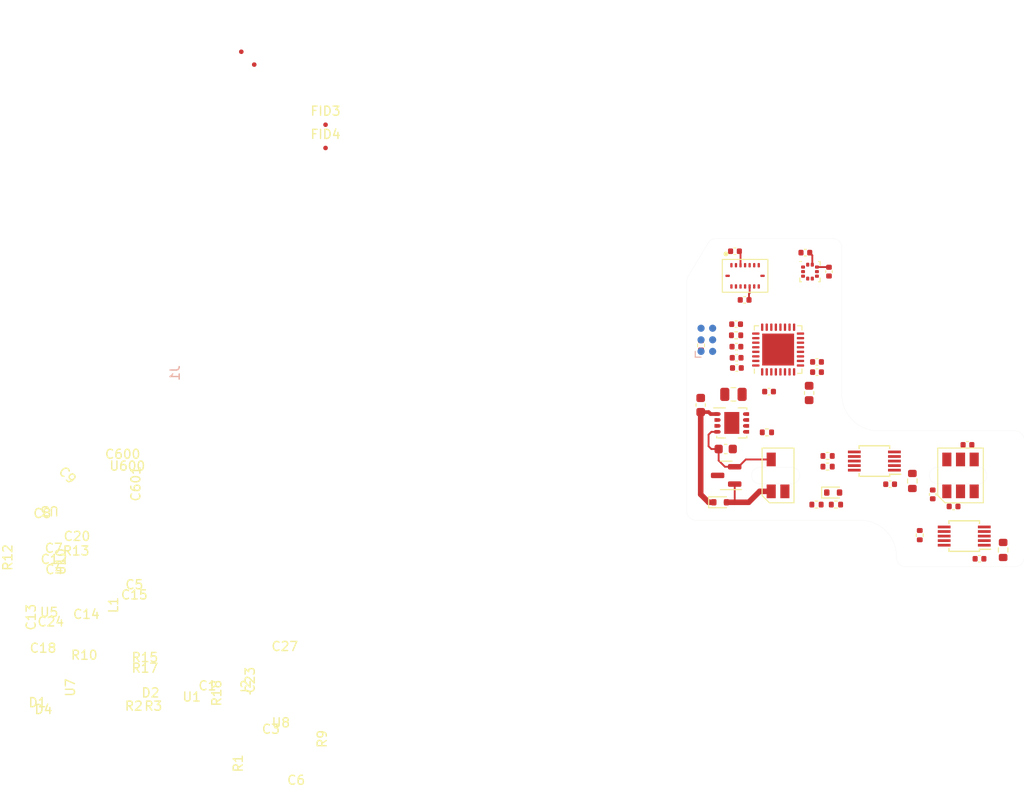
<source format=kicad_pcb>
(kicad_pcb (version 20221018) (generator pcbnew)
  (layers (0 "F.Cu" signal) (31 "B.Cu" signal) (34 "B.Paste" user) (35 "F.Paste" user) (36 "B.SilkS" user "B.Silkscreen") (37 "F.SilkS" user "F.Silkscreen") (38 "B.Mask" user) (39 "F.Mask" user) (44 "Edge.Cuts" user))
  (net 0 "")
  (net 1 "GND")
  (net 2 "+3.3V")
  (net 3 "/VDDANA")
  (net 4 "/VDDCORE")
  (net 5 "/M05_SWDIO")
  (net 6 "/M05_SWCLK")
  (net 7 "/M05_RESET")
  (net 8 "/M03_LINE")
  (net 9 "/M03_VMON")
  (net 10 "/M04_INPUT3_DIAG{slash}OE")
  (net 11 "/M04_INPUT2_DIAG{slash}INPUT1")
  (net 12 "/M04_INPUT1_DIAG{slash}OE")
  (net 13 "/M04_INPUT2{slash}INPUT2")
  (net 14 "VS")
  (net 19 "+BATT")
  (net 20 "Net-(U8-ISET)")
  (net 21 "/M04_INPUT1{slash}~{ERR}")
  (net 22 "/M04_~{SLEEP1}{slash}DIAG1")
  (net 23 "/M06_BMI088_CSG")
  (net 24 "/M05_BMI088_SCK")
  (net 25 "/M05_BMI088_MOSI")
  (net 26 "Net-(U1-ISET)")
  (net 28 "/M06_BMI088_MISO")
  (net 29 "/M06_BMI088_CSA")
  (net 30 "/M04_NC{slash}INPUT3")
  (net 31 "/M04_INPUT3{slash}~{ERR}")
  (net 33 "/M04_~{SLEEP2}{slash}DIAG2")
  (net 34 "/M06_BMP581_MOSI")
  (net 35 "/M06_BMP581_SCK")
  (net 36 "/M06_BMP581_CS")
  (net 37 "/M06_BMP581_MISO")
  (net 39 "/M03_EN")
  (net 40 "/M03_RXD")
  (net 43 "/M03_TXD")
  (net 45 "/M04_IN1_IN")
  (net 46 "/M04_IN3_IN")
  (net 47 "/M04_IN2_IN")
  (footprint "Capacitor_SMD:C_0402_1005Metric" (layer "F.Cu") (at 115.6454 75.5396)
    (fp_text reference "C27" (at -74.8778 22.1066) (layer "F.SilkS"))
    (fp_text value "100n")
    (fp_line (start -0.107836 -0.36) (end 0.107836 -0.36) (stroke (width 0.12)) (layer "F.SilkS"))
    (fp_line (start -0.107836 0.36) (end 0.107836 0.36) (stroke (width 0.12)) (layer "F.SilkS"))
    (pad "1" smd roundrect (at -0.48 0) (size 0.56 0.62) (layers "F.Cu" "F.Paste" "F.Mask") (net 1 "GND"))
    (pad "2" smd roundrect (at 0.48 0) (size 0.56 0.62) (layers "F.Cu" "F.Paste" "F.Mask") (net 47 "/M04_IN2_IN"))
  )
  (footprint "Resistor_SMD:R_0402_1005Metric" (layer "F.Cu") (at 100.3038 77.9272)
    (fp_text reference "R17" (at -74.8778 22.0966) (layer "F.SilkS"))
    (fp_text value "4.7k")
    (fp_line (start -0.153641 -0.38) (end 0.153641 -0.38) (stroke (width 0.12)) (layer "F.SilkS"))
    (fp_line (start -0.153641 0.38) (end 0.153641 0.38) (stroke (width 0.12)) (layer "F.SilkS"))
    (pad "1" smd roundrect (at -0.51 0) (size 0.54 0.64) (layers "F.Cu" "F.Paste" "F.Mask") (net 1 "GND"))
    (pad "2" smd roundrect (at 0.51 0) (size 0.54 0.64) (layers "F.Cu" "F.Paste" "F.Mask") (net 12 "/M04_INPUT1_DIAG{slash}OE"))
  )
  (footprint "Fiducial:Fiducial_0.5mm_Mask1mm" (layer "F.Cu") (at 35.995 32.421952)
    (fp_text reference "FID2" hide)
    (fp_text value "Fiducial")
    (pad "" smd circle (at 0 0) (size 0.5 0.5) (layers "F.Cu" "F.Mask") (clearance 0.25))
  )
  (footprint "Capacitor_SMD:C_0402_1005Metric" (layer "F.Cu") (at 97.8654 54.4576)
    (fp_text reference "C600" (at -74.8778 22.1066) (layer "F.SilkS"))
    (fp_text value "100n")
    (fp_line (start -0.107836 -0.36) (end 0.107836 -0.36) (stroke (width 0.12)) (layer "F.SilkS"))
    (fp_line (start -0.107836 0.36) (end 0.107836 0.36) (stroke (width 0.12)) (layer "F.SilkS"))
    (pad "1" smd roundrect (at -0.48 0) (size 0.56 0.62) (layers "F.Cu" "F.Paste" "F.Mask") (net 1 "GND"))
    (pad "2" smd roundrect (at 0.48 0) (size 0.56 0.62) (layers "F.Cu" "F.Paste" "F.Mask") (net 2 "+3.3V"))
  )
  (footprint "Resistor_SMD:R_0402_1005Metric" (layer "F.Cu") (at 100.3038 76.7588)
    (fp_text reference "R15" (at -74.8778 22.0966) (layer "F.SilkS"))
    (fp_text value "4.7k")
    (fp_line (start -0.153641 -0.38) (end 0.153641 -0.38) (stroke (width 0.12)) (layer "F.SilkS"))
    (fp_line (start -0.153641 0.38) (end 0.153641 0.38) (stroke (width 0.12)) (layer "F.SilkS"))
    (pad "1" smd roundrect (at -0.51 0) (size 0.54 0.64) (layers "F.Cu" "F.Paste" "F.Mask") (net 1 "GND"))
    (pad "2" smd roundrect (at 0.51 0) (size 0.54 0.64) (layers "F.Cu" "F.Paste" "F.Mask") (net 11 "/M04_INPUT2_DIAG{slash}INPUT1"))
  )
  (footprint "local_footprints:SOIC-4" (layer "F.Cu") (at 94.8682 78.8924)
    (fp_text reference "U7" (at -77.6278 23.2666 90) (layer "F.SilkS"))
    (fp_text value "~")
    (fp_line (start -1.75 -3) (end 1.75 -3) (stroke (width 0.12)) (layer "F.SilkS"))
    (fp_line (start -1.75 2.2) (end -1.75 -3) (stroke (width 0.12)) (layer "F.SilkS"))
    (fp_line (start -0.95 3) (end -1.75 2.2) (stroke (width 0.12)) (layer "F.SilkS"))
    (fp_line (start 1.75 -3) (end 1.75 3) (stroke (width 0.12)) (layer "F.SilkS"))
    (fp_line (start 1.75 3) (end -0.95 3) (stroke (width 0.12)) (layer "F.SilkS"))
    (pad "1" smd rect (at -0.75 1.75) (size 1 1.5) (layers "F.Cu" "F.Paste" "F.Mask") (net 14 "VS"))
    (pad "2" smd rect (at 0.75 1.75) (size 1 1.5) (layers "F.Cu" "F.Paste" "F.Mask") (net 1 "GND"))
    (pad "3" smd rect (at -0.75 -1.75) (size 1 1.5) (layers "F.Cu" "F.Paste" "F.Mask") (net 8 "/M03_LINE"))
  )
  (footprint "Capacitor_SMD:C_0402_1005Metric" (layer "F.Cu") (at 90.3532 67.1066)
    (fp_text reference "C4" (at -74.8778 22.1066) (layer "F.SilkS"))
    (fp_text value "10u")
    (fp_line (start -0.107836 -0.36) (end 0.107836 -0.36) (stroke (width 0.12)) (layer "F.SilkS"))
    (fp_line (start -0.107836 0.36) (end 0.107836 0.36) (stroke (width 0.12)) (layer "F.SilkS"))
    (pad "1" smd roundrect (at -0.48 0) (size 0.56 0.62) (layers "F.Cu" "F.Paste" "F.Mask") (net 1 "GND"))
    (pad "2" smd roundrect (at 0.48 0) (size 0.56 0.62) (layers "F.Cu" "F.Paste" "F.Mask") (net 2 "+3.3V"))
  )
  (footprint "Package_SON:Texas_S-PVSON-N8" (layer "F.Cu") (at 89.7954 73.1366)
    (fp_text reference "U5" (at -74.8778 20.7666) (layer "F.SilkS"))
    (fp_text value "~")
    (fp_line (start -2 -1.65) (end -0.7 -1.65) (stroke (width 0.12)) (layer "F.SilkS"))
    (fp_line (start -1.65 1.65) (end -1.65 1.45) (stroke (width 0.12)) (layer "F.SilkS"))
    (fp_line (start -1.65 1.65) (end -0.7 1.65) (stroke (width 0.12)) (layer "F.SilkS"))
    (fp_line (start 0.7 -1.65) (end 1.65 -1.65) (stroke (width 0.12)) (layer "F.SilkS"))
    (fp_line (start 0.7 1.65) (end 1.65 1.65) (stroke (width 0.12)) (layer "F.SilkS"))
    (fp_line (start 1.65 -1.45) (end 1.65 -1.65) (stroke (width 0.12)) (layer "F.SilkS"))
    (fp_line (start 1.65 1.45) (end 1.65 1.65) (stroke (width 0.12)) (layer "F.SilkS"))
    (pad "1" smd rect (at -1.75 -0.975) (size 0.3 0.4) (layers "F.Cu" "F.Paste" "F.Mask") (net 19 "+BATT"))
    (pad "1" smd oval (at -1.55 -0.975) (size 0.65 0.4) (layers "F.Cu" "F.Paste" "F.Mask") (net 19 "+BATT"))
    (pad "2" smd rect (at -1.75 -0.325) (size 0.3 0.4) (layers "F.Cu" "F.Paste" "F.Mask") (net 39 "/M03_EN"))
    (pad "2" smd oval (at -1.55 -0.325) (size 0.65 0.4) (layers "F.Cu" "F.Paste" "F.Mask") (net 39 "/M03_EN"))
    (pad "3" smd rect (at -1.75 0.325) (size 0.3 0.4) (layers "F.Cu" "F.Paste" "F.Mask") (net 1 "GND"))
    (pad "3" smd oval (at -1.55 0.325) (size 0.65 0.4) (layers "F.Cu" "F.Paste" "F.Mask") (net 1 "GND"))
    (pad "4" smd rect (at -1.75 0.975) (size 0.3 0.4) (layers "F.Cu" "F.Paste" "F.Mask") (net 8 "/M03_LINE"))
    (pad "4" smd oval (at -1.55 0.975) (size 0.65 0.4) (layers "F.Cu" "F.Paste" "F.Mask") (net 8 "/M03_LINE"))
    (pad "5" smd oval (at 1.55 0.975) (size 0.65 0.4) (layers "F.Cu" "F.Paste" "F.Mask") (net 40 "/M03_RXD"))
    (pad "5" smd rect (at 1.75 0.975) (size 0.3 0.4) (layers "F.Cu" "F.Paste" "F.Mask") (net 40 "/M03_RXD"))
    (pad "6" smd oval (at 1.55 0.325) (size 0.65 0.4) (layers "F.Cu" "F.Paste" "F.Mask") (net 43 "/M03_TXD"))
    (pad "6" smd rect (at 1.75 0.325) (size 0.3 0.4) (layers "F.Cu" "F.Paste" "F.Mask") (net 43 "/M03_TXD"))
    (pad "7" smd oval (at 1.55 -0.325) (size 0.65 0.4) (layers "F.Cu" "F.Paste" "F.Mask"))
    (pad "7" smd rect (at 1.75 -0.325) (size 0.3 0.4) (layers "F.Cu" "F.Paste" "F.Mask"))
    (pad "8" smd oval (at 1.55 -0.975) (size 0.65 0.4) (layers "F.Cu" "F.Paste" "F.Mask") (net 2 "+3.3V"))
    (pad "8" smd rect (at 1.75 -0.975) (size 0.3 0.4) (layers "F.Cu" "F.Paste" "F.Mask") (net 2 "+3.3V"))
    (pad "9" smd rect (at -0.45 -0.625) (size 0.65 1) (layers "F.Cu" "F.Paste" "F.Mask"))
    (pad "9" smd rect (at -0.45 0.625) (size 0.65 1) (layers "F.Cu" "F.Paste" "F.Mask"))
    (pad "9" smd rect (at 0 0) (size 1.65 2.4) (layers "F.Cu" "F.Mask"))
    (pad "9" smd rect (at 0.45 -0.625) (size 0.65 1) (layers "F.Cu" "F.Paste" "F.Mask"))
    (pad "9" smd rect (at 0.45 0.625) (size 0.65 1) (layers "F.Cu" "F.Paste" "F.Mask"))
  )
  (footprint "Resistor_SMD:R_0603_1608Metric" (layer "F.Cu") (at 119.557 87.0712 90)
    (fp_text reference "R9" (at -20.7266 -74.698552 90) (layer "F.SilkS"))
    (fp_text value "63.4k")
    (fp_line (start -0.237258 -0.5225) (end 0.237258 -0.5225) (stroke (width 0.12)) (layer "F.SilkS"))
    (fp_line (start -0.237258 0.5225) (end 0.237258 0.5225) (stroke (width 0.12)) (layer "F.SilkS"))
    (pad "1" smd roundrect (at -0.825 0 90) (size 0.8 0.95) (layers "F.Cu" "F.Paste" "F.Mask") (net 19 "+BATT"))
    (pad "2" smd roundrect (at 0.825 0 90) (size 0.8 0.95) (layers "F.Cu" "F.Paste" "F.Mask") (net 20 "Net-(U8-ISET)"))
  )
  (footprint "Inductor_SMD:L_0603_1608Metric" (layer "F.Cu") (at 98.278 69.8498 90)
    (fp_text reference "L1" (at -23.2666 -76.3078 90) (layer "F.SilkS"))
    (fp_text value "10uH")
    (fp_line (start -0.162779 -0.51) (end 0.162779 -0.51) (stroke (width 0.12)) (layer "F.SilkS"))
    (fp_line (start -0.162779 0.51) (end 0.162779 0.51) (stroke (width 0.12)) (layer "F.SilkS"))
    (pad "1" smd roundrect (at -0.7875 0 90) (size 0.875 0.95) (layers "F.Cu" "F.Paste" "F.Mask") (net 2 "+3.3V"))
    (pad "2" smd roundrect (at 0.7875 0 90) (size 0.875 0.95) (layers "F.Cu" "F.Paste" "F.Mask") (net 3 "/VDDANA"))
  )
  (footprint "Capacitor_SMD:C_0402_1005Metric" (layer "F.Cu") (at 99.1416 67.5638 180)
    (fp_text reference "C15" (at 74.8778 -24.4266) (layer "F.SilkS"))
    (fp_text value "100n")
    (fp_line (start -0.107836 -0.36) (end 0.107836 -0.36) (stroke (width 0.12)) (layer "F.SilkS"))
    (fp_line (start -0.107836 0.36) (end 0.107836 0.36) (stroke (width 0.12)) (layer "F.SilkS"))
    (pad "1" smd roundrect (at -0.48 0 180) (size 0.56 0.62) (layers "F.Cu" "F.Paste" "F.Mask") (net 1 "GND"))
    (pad "2" smd roundrect (at 0.48 0 180) (size 0.56 0.62) (layers "F.Cu" "F.Paste" "F.Mask") (net 3 "/VDDANA"))
  )
  (footprint "Package_TO_SOT_SMD:SOT-23" (layer "F.Cu") (at 89.1786 78.8924 180)
    (fp_text reference "D4" (at 74.8778 -25.6666) (layer "F.SilkS"))
    (fp_text value "SDT23C15L02")
    (fp_line (start 0 -1.56) (end -1.675 -1.56) (stroke (width 0.12)) (layer "F.SilkS"))
    (fp_line (start 0 -1.56) (end 0.65 -1.56) (stroke (width 0.12)) (layer "F.SilkS"))
    (fp_line (start 0 1.56) (end -0.65 1.56) (stroke (width 0.12)) (layer "F.SilkS"))
    (fp_line (start 0 1.56) (end 0.65 1.56) (stroke (width 0.12)) (layer "F.SilkS"))
    (pad "1" smd roundrect (at -0.9375 -0.95 180) (size 1.475 0.6) (layers "F.Cu" "F.Paste" "F.Mask") (net 14 "VS"))
    (pad "2" smd roundrect (at -0.9375 0.95 180) (size 1.475 0.6) (layers "F.Cu" "F.Paste" "F.Mask") (net 8 "/M03_LINE"))
    (pad "3" smd roundrect (at 0.9375 0 180) (size 1.475 0.6) (layers "F.Cu" "F.Paste" "F.Mask") (net 1 "GND"))
  )
  (footprint "Fiducial:Fiducial_0.5mm_Mask1mm" (layer "F.Cu") (at 45.2366 40.4268)
    (fp_text reference "FID3" (at 0 -1.5) (layer "F.SilkS"))
    (fp_text value "Fiducial")
    (pad "" smd circle (at 0 0) (size 0.5 0.5) (layers "F.Cu" "F.Mask") (clearance 0.25))
  )
  (footprint "Package_SO:MSOP-10_3x3mm_P0.5mm" (layer "F.Cu") (at 115.2898 85.5472 180)
    (fp_text reference "U8" (at 74.952552 -20.4726) (layer "F.SilkS"))
    (fp_text value "~")
    (fp_line (start -1.675 -1.675) (end -1.675 -1.45) (stroke (width 0.15)) (layer "F.SilkS"))
    (fp_line (start -1.675 -1.675) (end 1.675 -1.675) (stroke (width 0.15)) (layer "F.SilkS"))
    (fp_line (start -1.675 -1.45) (end -2.9 -1.45) (stroke (width 0.15)) (layer "F.SilkS"))
    (fp_line (start -1.675 1.675) (end -1.675 1.375) (stroke (width 0.15)) (layer "F.SilkS"))
    (fp_line (start -1.675 1.675) (end 1.675 1.675) (stroke (width 0.15)) (layer "F.SilkS"))
    (fp_line (start 1.675 -1.675) (end 1.675 -1.375) (stroke (width 0.15)) (layer "F.SilkS"))
    (fp_line (start 1.675 1.675) (end 1.675 1.375) (stroke (width 0.15)) (layer "F.SilkS"))
    (pad "1" smd rect (at -2.2 -1 180) (size 1.4 0.3) (layers "F.Cu" "F.Paste" "F.Mask") (net 19 "+BATT"))
    (pad "2" smd rect (at -2.2 -0.5 180) (size 1.4 0.3) (layers "F.Cu" "F.Paste" "F.Mask") (net 20 "Net-(U8-ISET)"))
    (pad "3" smd rect (at -2.2 0 180) (size 1.4 0.3) (layers "F.Cu" "F.Paste" "F.Mask") (net 46 "/M04_IN3_IN"))
    (pad "4" smd rect (at -2.2 0.5 180) (size 1.4 0.3) (layers "F.Cu" "F.Paste" "F.Mask") (net 19 "+BATT"))
    (pad "5" smd rect (at -2.2 1 180) (size 1.4 0.3) (layers "F.Cu" "F.Paste" "F.Mask") (net 1 "GND"))
    (pad "6" smd rect (at 2.2 1 180) (size 1.4 0.3) (layers "F.Cu" "F.Paste" "F.Mask"))
    (pad "7" smd rect (at 2.2 0.5 180) (size 1.4 0.3) (layers "F.Cu" "F.Paste" "F.Mask") (net 30 "/M04_NC{slash}INPUT3"))
    (pad "8" smd rect (at 2.2 0 180) (size 1.4 0.3) (layers "F.Cu" "F.Paste" "F.Mask") (net 31 "/M04_INPUT3{slash}~{ERR}"))
    (pad "9" smd rect (at 2.2 -0.5 180) (size 1.4 0.3) (layers "F.Cu" "F.Paste" "F.Mask") (net 10 "/M04_INPUT3_DIAG{slash}OE"))
    (pad "10" smd rect (at 2.2 -1 180) (size 1.4 0.3) (layers "F.Cu" "F.Paste" "F.Mask") (net 33 "/M04_~{SLEEP2}{slash}DIAG2"))
  )
  (footprint "Resistor_SMD:R_0402_1005Metric" (layer "F.Cu") (at 86.424 64.629 90)
    (fp_text reference "R12" (at -23.2666 -76.0478 90) (layer "F.SilkS"))
    (fp_text value "1k")
    (fp_line (start -0.153641 -0.38) (end 0.153641 -0.38) (stroke (width 0.12)) (layer "F.SilkS"))
    (fp_line (start -0.153641 0.38) (end 0.153641 0.38) (stroke (width 0.12)) (layer "F.SilkS"))
    (pad "1" smd roundrect (at -0.51 0 90) (size 0.54 0.64) (layers "F.Cu" "F.Paste" "F.Mask") (net 2 "+3.3V"))
    (pad "2" smd roundrect (at 0.51 0 90) (size 0.54 0.64) (layers "F.Cu" "F.Paste" "F.Mask") (net 6 "/M05_SWCLK"))
  )
  (footprint "Package_DFN_QFN:VQFN-32-1EP_5x5mm_P0.5mm_EP3.5x3.5mm" (layer "F.Cu") (at 94.8796 65.0862 90)
    (fp_text reference "U10" (at -23.2666 -78.6778 90) (layer "F.SilkS"))
    (fp_text value "ATSAMD21E18A-MUT")
    (fp_line (start -2.61 2.61) (end -2.61 2.135) (stroke (width 0.12)) (layer "F.SilkS"))
    (fp_line (start -2.135 -2.61) (end -2.61 -2.61) (stroke (width 0.12)) (layer "F.SilkS"))
    (fp_line (start -2.135 2.61) (end -2.61 2.61) (stroke (width 0.12)) (layer "F.SilkS"))
    (fp_line (start 2.135 -2.61) (end 2.61 -2.61) (stroke (width 0.12)) (layer "F.SilkS"))
    (fp_line (start 2.135 2.61) (end 2.61 2.61) (stroke (width 0.12)) (layer "F.SilkS"))
    (fp_line (start 2.61 -2.61) (end 2.61 -2.135) (stroke (width 0.12)) (layer "F.SilkS"))
    (fp_line (start 2.61 2.61) (end 2.61 2.135) (stroke (width 0.12)) (layer "F.SilkS"))
    (pad "1" smd roundrect (at -2.45 -1.75 90) (size 0.8 0.25) (layers "F.Cu" "F.Paste" "F.Mask") (net 22 "/M04_~{SLEEP1}{slash}DIAG1"))
    (pad "2" smd roundrect (at -2.45 -1.25 90) (size 0.8 0.25) (layers "F.Cu" "F.Paste" "F.Mask") (net 33 "/M04_~{SLEEP2}{slash}DIAG2"))
    (pad "3" smd roundrect (at -2.45 -0.75 90) (size 0.8 0.25) (layers "F.Cu" "F.Paste" "F.Mask") (net 9 "/M03_VMON"))
    (pad "4" smd roundrect (at -2.45 -0.25 90) (size 0.8 0.25) (layers "F.Cu" "F.Paste" "F.Mask") (net 39 "/M03_EN"))
    (pad "5" smd roundrect (at -2.45 0.25 90) (size 0.8 0.25) (layers "F.Cu" "F.Paste" "F.Mask") (net 43 "/M03_TXD"))
    (pad "6" smd roundrect (at -2.45 0.75 90) (size 0.8 0.25) (layers "F.Cu" "F.Paste" "F.Mask") (net 40 "/M03_RXD"))
    (pad "7" smd roundrect (at -2.45 1.25 90) (size 0.8 0.25) (layers "F.Cu" "F.Paste" "F.Mask") (net 12 "/M04_INPUT1_DIAG{slash}OE"))
    (pad "8" smd roundrect (at -2.45 1.75 90) (size 0.8 0.25) (layers "F.Cu" "F.Paste" "F.Mask") (net 21 "/M04_INPUT1{slash}~{ERR}"))
    (pad "9" smd roundrect (at -1.75 2.45 90) (size 0.25 0.8) (layers "F.Cu" "F.Paste" "F.Mask") (net 3 "/VDDANA"))
    (pad "10" smd roundrect (at -1.25 2.45 90) (size 0.25 0.8) (layers "F.Cu" "F.Paste" "F.Mask") (net 1 "GND"))
    (pad "11" smd roundrect (at -0.75 2.45 90) (size 0.25 0.8) (layers "F.Cu" "F.Paste" "F.Mask") (net 11 "/M04_INPUT2_DIAG{slash}INPUT1"))
    (pad "12" smd roundrect (at -0.25 2.45 90) (size 0.25 0.8) (layers "F.Cu" "F.Paste" "F.Mask") (net 13 "/M04_INPUT2{slash}INPUT2"))
    (pad "13" smd roundrect (at 0.25 2.45 90) (size 0.25 0.8) (layers "F.Cu" "F.Paste" "F.Mask") (net 10 "/M04_INPUT3_DIAG{slash}OE"))
    (pad "14" smd roundrect (at 0.75 2.45 90) (size 0.25 0.8) (layers "F.Cu" "F.Paste" "F.Mask") (net 31 "/M04_INPUT3{slash}~{ERR}"))
    (pad "15" smd roundrect (at 1.25 2.45 90) (size 0.25 0.8) (layers "F.Cu" "F.Paste" "F.Mask") (net 30 "/M04_NC{slash}INPUT3"))
    (pad "16" smd roundrect (at 1.75 2.45 90) (size 0.25 0.8) (layers "F.Cu" "F.Paste" "F.Mask"))
    (pad "17" smd roundrect (at 2.45 1.75 90) (size 0.8 0.25) (layers "F.Cu" "F.Paste" "F.Mask") (net 34 "/M06_BMP581_MOSI"))
    (pad "18" smd roundrect (at 2.45 1.25 90) (size 0.8 0.25) (layers "F.Cu" "F.Paste" "F.Mask") (net 35 "/M06_BMP581_SCK"))
    (pad "19" smd roundrect (at 2.45 0.75 90) (size 0.8 0.25) (layers "F.Cu" "F.Paste" "F.Mask") (net 36 "/M06_BMP581_CS"))
    (pad "20" smd roundrect (at 2.45 0.25 90) (size 0.8 0.25) (layers "F.Cu" "F.Paste" "F.Mask") (net 37 "/M06_BMP581_MISO"))
    (pad "21" smd roundrect (at 2.45 -0.25 90) (size 0.8 0.25) (layers "F.Cu" "F.Paste" "F.Mask") (net 25 "/M05_BMI088_MOSI"))
    (pad "22" smd roundrect (at 2.45 -0.75 90) (size 0.8 0.25) (layers "F.Cu" "F.Paste" "F.Mask") (net 24 "/M05_BMI088_SCK"))
    (pad "23" smd roundrect (at 2.45 -1.25 90) (size 0.8 0.25) (layers "F.Cu" "F.Paste" "F.Mask") (net 29 "/M06_BMI088_CSA"))
    (pad "24" smd roundrect (at 2.45 -1.75 90) (size 0.8 0.25) (layers "F.Cu" "F.Paste" "F.Mask") (net 28 "/M06_BMI088_MISO"))
    (pad "25" smd roundrect (at 1.75 -2.45 90) (size 0.25 0.8) (layers "F.Cu" "F.Paste" "F.Mask") (net 23 "/M06_BMI088_CSG"))
    (pad "26" smd roundrect (at 1.25 -2.45 90) (size 0.25 0.8) (layers "F.Cu" "F.Paste" "F.Mask") (net 7 "/M05_RESET"))
    (pad "27" smd roundrect (at 0.75 -2.45 90) (size 0.25 0.8) (layers "F.Cu" "F.Paste" "F.Mask"))
    (pad "28" smd roundrect (at 0.25 -2.45 90) (size 0.25 0.8) (layers "F.Cu" "F.Paste" "F.Mask") (net 1 "GND"))
    (pad "29" smd roundrect (at -0.25 -2.45 90) (size 0.25 0.8) (layers "F.Cu" "F.Paste" "F.Mask") (net 4 "/VDDCORE"))
    (pad "30" smd roundrect (at -0.75 -2.45 90) (size 0.25 0.8) (layers "F.Cu" "F.Paste" "F.Mask") (net 2 "+3.3V"))
    (pad "31" smd roundrect (at -1.25 -2.45 90) (size 0.25 0.8) (layers "F.Cu" "F.Paste" "F.Mask") (net 6 "/M05_SWCLK"))
    (pad "32" smd roundrect (at -1.75 -2.45 90) (size 0.25 0.8) (layers "F.Cu" "F.Paste" "F.Mask") (net 5 "/M05_SWDIO"))
    (pad "33" smd rect (at 0 0 90) (size 3.5 3.5) (layers "F.Cu" "F.Mask"))
  )
  (footprint "Fiducial:Fiducial_0.5mm_Mask1mm" (layer "F.Cu") (at 37.4134 33.8328)
    (fp_text reference "FID1" hide)
    (fp_text value "Fiducial")
    (pad "" smd circle (at 0 0) (size 0.5 0.5) (layers "F.Cu" "F.Mask") (clearance 0.25))
  )
  (footprint "Capacitor_SMD:C_0402_1005Metric" (layer "F.Cu") (at 90.2682 62.3036)
    (fp_text reference "C20" (at -72.296552 23.2666) (layer "F.SilkS"))
    (fp_text value "220n")
    (fp_line (start -0.107836 -0.36) (end 0.107836 -0.36) (stroke (width 0.12)) (layer "F.SilkS"))
    (fp_line (start -0.107836 0.36) (end 0.107836 0.36) (stroke (width 0.12)) (layer "F.SilkS"))
    (pad "1" smd roundrect (at -0.48 0) (size 0.56 0.62) (layers "F.Cu" "F.Paste" "F.Mask") (net 1 "GND"))
    (pad "2" smd roundrect (at 0.48 0) (size 0.56 0.62) (layers "F.Cu" "F.Paste" "F.Mask") (net 7 "/M05_RESET"))
  )
  (footprint "Fiducial:Fiducial_0.5mm_Mask1mm" (layer "F.Cu") (at 45.2366 42.9768)
    (fp_text reference "FID4" (at 0 -1.5) (layer "F.SilkS"))
    (fp_text value "Fiducial")
    (pad "" smd circle (at 0 0) (size 0.5 0.5) (layers "F.Cu" "F.Mask") (clearance 0.25))
  )
  (footprint "Capacitor_SMD:C_0402_1005Metric" (layer "F.Cu") (at 107.1618 79.8576)
    (fp_text reference "C1" (at -74.8778 22.1066) (layer "F.SilkS"))
    (fp_text value "100n")
    (fp_line (start -0.107836 -0.36) (end 0.107836 -0.36) (stroke (width 0.12)) (layer "F.SilkS"))
    (fp_line (start -0.107836 0.36) (end 0.107836 0.36) (stroke (width 0.12)) (layer "F.SilkS"))
    (pad "1" smd roundrect (at -0.48 0) (size 0.56 0.62) (layers "F.Cu" "F.Paste" "F.Mask") (net 1 "GND"))
    (pad "2" smd roundrect (at 0.48 0) (size 0.56 0.62) (layers "F.Cu" "F.Paste" "F.Mask") (net 19 "+BATT"))
  )
  (footprint "Resistor_SMD:R_0402_1005Metric" (layer "F.Cu") (at 93.649 74.168 180)
    (fp_text reference "R10" (at 74.8778 -24.4366) (layer "F.SilkS"))
    (fp_text value "10k")
    (fp_line (start -0.153641 -0.38) (end 0.153641 -0.38) (stroke (width 0.12)) (layer "F.SilkS"))
    (fp_line (start -0.153641 0.38) (end 0.153641 0.38) (stroke (width 0.12)) (layer "F.SilkS"))
    (pad "1" smd roundrect (at -0.51 0 180) (size 0.54 0.64) (layers "F.Cu" "F.Paste" "F.Mask") (net 2 "+3.3V"))
    (pad "2" smd roundrect (at 0.51 0 180) (size 0.54 0.64) (layers "F.Cu" "F.Paste" "F.Mask") (net 40 "/M03_RXD"))
  )
  (footprint "Capacitor_SMD:C_0805_2012Metric" (layer "F.Cu") (at 89.9762 70.0024 180)
    (fp_text reference "C24" (at 74.8778 -24.9466) (layer "F.SilkS"))
    (fp_text value "22u")
    (fp_line (start -0.261252 -0.735) (end 0.261252 -0.735) (stroke (width 0.12)) (layer "F.SilkS"))
    (fp_line (start -0.261252 0.735) (end 0.261252 0.735) (stroke (width 0.12)) (layer "F.SilkS"))
    (pad "1" smd roundrect (at -0.95 0 180) (size 1 1.45) (layers "F.Cu" "F.Paste" "F.Mask") (net 2 "+3.3V"))
    (pad "2" smd roundrect (at 0.95 0 180) (size 1 1.45) (layers "F.Cu" "F.Paste" "F.Mask") (net 1 "GND"))
  )
  (footprint "Resistor_SMD:R_0402_1005Metric" (layer "F.Cu") (at 110.413 85.4456 -90)
    (fp_text reference "R1" (at 25.031352 74.7636 90) (layer "F.SilkS"))
    (fp_text value "4.7k" hide)
    (fp_line (start -0.153641 -0.38) (end 0.153641 -0.38) (stroke (width 0.12)) (layer "F.SilkS"))
    (fp_line (start -0.153641 0.38) (end 0.153641 0.38) (stroke (width 0.12)) (layer "F.SilkS"))
    (pad "1" smd roundrect (at -0.51 0 270) (size 0.54 0.64) (layers "F.Cu" "F.Paste" "F.Mask") (net 1 "GND"))
    (pad "2" smd roundrect (at 0.51 0 270) (size 0.54 0.64) (layers "F.Cu" "F.Paste" "F.Mask") (net 10 "/M04_INPUT3_DIAG{slash}OE"))
  )
  (footprint "Capacitor_SMD:C_0402_1005Metric" (layer "F.Cu") (at 99.1416 66.4462 180)
    (fp_text reference "C5" (at 74.8778 -24.4266) (layer "F.SilkS"))
    (fp_text value "10u")
    (fp_line (start -0.107836 -0.36) (end 0.107836 -0.36) (stroke (width 0.12)) (layer "F.SilkS"))
    (fp_line (start -0.107836 0.36) (end 0.107836 0.36) (stroke (width 0.12)) (layer "F.SilkS"))
    (pad "1" smd roundrect (at -0.48 0 180) (size 0.56 0.62) (layers "F.Cu" "F.Paste" "F.Mask") (net 1 "GND"))
    (pad "2" smd roundrect (at 0.48 0 180) (size 0.56 0.62) (layers "F.Cu" "F.Paste" "F.Mask") (net 3 "/VDDANA"))
  )
  (footprint "local_footprints:Bosch_LGA16" (layer "F.Cu") (at 91.2534 57.001)
    (fp_text reference "U3" (at -76.2748 25.785352 180 unlocked) (layer "F.SilkS"))
    (fp_text value "BMI088")
    (fp_rect (start -2.5 -1.8) (end 2.5 1.8) (stroke (width 0.12)) (fill none) (layer "F.SilkS"))
    (fp_circle (center -2.1 -2.4) (end -1.9 -2.4) (stroke (width 0.12)) (fill solid) (layer "F.SilkS"))
    (pad "1" smd roundrect (at -1.5 -1.165 180) (size 0.25 0.475) (layers "F.Cu" "F.Paste" "F.Mask"))
    (pad "2" smd roundrect (at -1 -1.165 180) (size 0.25 0.475) (layers "F.Cu" "F.Paste" "F.Mask"))
    (pad "3" smd roundrect (at -0.5 -1.165 180) (size 0.25 0.475) (layers "F.Cu" "F.Paste" "F.Mask") (net 2 "+3.3V"))
    (pad "4" smd roundrect (at 0 -1.165 180) (size 0.25 0.475) (layers "F.Cu" "F.Paste" "F.Mask") (net 1 "GND"))
    (pad "5" smd roundrect (at 0.5 -1.165 180) (size 0.25 0.475) (layers "F.Cu" "F.Paste" "F.Mask") (net 23 "/M06_BMI088_CSG"))
    (pad "6" smd roundrect (at 1 -1.165 180) (size 0.25 0.475) (layers "F.Cu" "F.Paste" "F.Mask") (net 1 "GND"))
    (pad "7" smd roundrect (at 1.5 -1.165 180) (size 0.25 0.475) (layers "F.Cu" "F.Paste" "F.Mask") (net 1 "GND"))
    (pad "8" smd roundrect (at 1.915 0 90) (size 0.25 0.475) (layers "F.Cu" "F.Paste" "F.Mask") (net 24 "/M05_BMI088_SCK"))
    (pad "9" smd roundrect (at 1.5 1.165) (size 0.25 0.475) (layers "F.Cu" "F.Paste" "F.Mask") (net 25 "/M05_BMI088_MOSI"))
    (pad "10" smd roundrect (at 1 1.165) (size 0.25 0.475) (layers "F.Cu" "F.Paste" "F.Mask") (net 28 "/M06_BMI088_MISO"))
    (pad "11" smd roundrect (at 0.5 1.165) (size 0.25 0.475) (layers "F.Cu" "F.Paste" "F.Mask") (net 2 "+3.3V"))
    (pad "12" smd roundrect (at 0 1.165) (size 0.25 0.475) (layers "F.Cu" "F.Paste" "F.Mask"))
    (pad "13" smd roundrect (at -0.5 1.165) (size 0.25 0.475) (layers "F.Cu" "F.Paste" "F.Mask"))
    (pad "14" smd roundrect (at -1 1.165) (size 0.25 0.475) (layers "F.Cu" "F.Paste" "F.Mask") (net 29 "/M06_BMI088_CSA"))
    (pad "15" smd roundrect (at -1.5 1.165) (size 0.25 0.475) (layers "F.Cu" "F.Paste" "F.Mask") (net 28 "/M06_BMI088_MISO"))
    (pad "16" smd roundrect (at -1.915 0 90) (size 0.25 0.475) (layers "F.Cu" "F.Paste" "F.Mask"))
  )
  (footprint "Diode_SMD:D_SOD-523" (layer "F.Cu") (at 100.9134 80.772)
    (fp_text reference "D2" (at -74.8778 21.9666) (layer "F.SilkS"))
    (fp_text value "D_Zener")
    (fp_line (start -1.26 -0.6) (end -1.26 0.6) (stroke (width 0.12)) (layer "F.SilkS"))
    (fp_line (start 0.7 -0.6) (end -1.26 -0.6) (stroke (width 0.12)) (layer "F.SilkS"))
    (fp_line (start 0.7 0.6) (end -1.26 0.6) (stroke (width 0.12)) (layer "F.SilkS"))
    (pad "1" smd roundrect (at -0.7 0 180) (size 0.6 0.7) (layers "F.Cu" "F.Paste" "F.Mask") (net 9 "/M03_VMON"))
    (pad "2" smd roundrect (at 0.7 0 180) (size 0.6 0.7) (layers "F.Cu" "F.Paste" "F.Mask") (net 1 "GND"))
  )
  (footprint "Capacitor_SMD:C_0603_1608Metric" (layer "F.Cu") (at 86.3846 71.1708 -90)
    (fp_text reference "C13" (at 23.2666 73.4478 90) (layer "F.SilkS"))
    (fp_text value "100n")
    (fp_line (start -0.14058 -0.51) (end 0.14058 -0.51) (stroke (width 0.12)) (layer "F.SilkS"))
    (fp_line (start -0.14058 0.51) (end 0.14058 0.51) (stroke (width 0.12)) (layer "F.SilkS"))
    (pad "1" smd roundrect (at -0.775 0 270) (size 0.9 0.95) (layers "F.Cu" "F.Paste" "F.Mask") (net 1 "GND"))
    (pad "2" smd roundrect (at 0.775 0 270) (size 0.9 0.95) (layers "F.Cu" "F.Paste" "F.Mask") (net 19 "+BATT"))
  )
  (footprint "Capacitor_SMD:C_0402_1005Metric" (layer "F.Cu") (at 100.4562 56.5404 90)
    (fp_text reference "C601" (at -23.2666 -76.0378 90) (layer "F.SilkS"))
    (fp_text value "100n")
    (fp_line (start -0.107836 -0.36) (end 0.107836 -0.36) (stroke (width 0.12)) (layer "F.SilkS"))
    (fp_line (start -0.107836 0.36) (end 0.107836 0.36) (stroke (width 0.12)) (layer "F.SilkS"))
    (pad "1" smd roundrect (at -0.48 0 90) (size 0.56 0.62) (layers "F.Cu" "F.Paste" "F.Mask") (net 1 "GND"))
    (pad "2" smd roundrect (at 0.48 0 90) (size 0.56 0.62) (layers "F.Cu" "F.Paste" "F.Mask") (net 2 "+3.3V"))
  )
  (footprint "local_footprints:SOIC-6" (layer "F.Cu") (at 114.8834 78.8924)
    (fp_text reference "J2" (at -78.3778 23.2666 90) (layer "F.SilkS"))
    (fp_text value "Conn_01x06")
    (fp_line (start -2.5 -3) (end 2.5 -3) (stroke (width 0.12)) (layer "F.SilkS"))
    (fp_line (start -2.5 2.2) (end -2.5 -3) (stroke (width 0.12)) (layer "F.SilkS"))
    (fp_line (start -1.7 3) (end -2.5 2.2) (stroke (width 0.12)) (layer "F.SilkS"))
    (fp_line (start 2.5 -3) (end 2.5 3) (stroke (width 0.12)) (layer "F.SilkS"))
    (fp_line (start 2.5 3) (end -1.7 3) (stroke (width 0.12)) (layer "F.SilkS"))
    (pad "1" smd rect (at -1.5 1.75) (size 1 1.5) (layers "F.Cu" "F.Paste" "F.Mask") (net 45 "/M04_IN1_IN"))
    (pad "2" smd rect (at 0 1.75) (size 1 1.5) (layers "F.Cu" "F.Paste" "F.Mask") (net 1 "GND"))
    (pad "3" smd rect (at 1.5 1.75) (size 1 1.5) (layers "F.Cu" "F.Paste" "F.Mask") (net 46 "/M04_IN3_IN"))
    (pad "4" smd rect (at 1.5 -1.75) (size 1 1.5) (layers "F.Cu" "F.Paste" "F.Mask") (net 47 "/M04_IN2_IN"))
    (pad "5" smd rect (at 0 -1.75) (size 1 1.5) (layers "F.Cu" "F.Paste" "F.Mask") (net 1 "GND"))
    (pad "6" smd rect (at -1.5 -1.75) (size 1 1.5) (layers "F.Cu" "F.Paste" "F.Mask") (net 1 "GND"))
  )
  (footprint "local_footprints:Bosch_LGA10" (layer "F.Cu") (at 98.3734 56.5404)
    (fp_text reference "U600" (at -74.8778 21.3166) (layer "F.SilkS"))
    (fp_text value "~")
    (fp_line (start -1.11 1.11) (end -1.11 0.685) (stroke (width 0.12)) (layer "F.SilkS"))
    (fp_line (start -0.935 -1.11) (end -1.11 -1.11) (stroke (width 0.12)) (layer "F.SilkS"))
    (fp_line (start -0.935 1.11) (end -1.11 1.11) (stroke (width 0.12)) (layer "F.SilkS"))
    (fp_line (start 0.935 -1.11) (end 1.11 -1.11) (stroke (width 0.12)) (layer "F.SilkS"))
    (fp_line (start 0.935 1.11) (end 1.11 1.11) (stroke (width 0.12)) (layer "F.SilkS"))
    (fp_line (start 1.11 -1.11) (end 1.11 -0.685) (stroke (width 0.12)) (layer "F.SilkS"))
    (fp_line (start 1.11 1.11) (end 1.11 0.685) (stroke (width 0.12)) (layer "F.SilkS"))
    (pad "1" smd roundrect (at 0.25 -0.7625 270) (size 0.425 0.35) (layers "F.Cu" "F.Paste" "F.Mask") (net 2 "+3.3V"))
    (pad "2" smd roundrect (at -0.25 -0.7625 270) (size 0.425 0.35) (layers "F.Cu" "F.Paste" "F.Mask") (net 35 "/M06_BMP581_SCK"))
    (pad "3" smd roundrect (at -0.7625 -0.5 270) (size 0.35 0.425) (layers "F.Cu" "F.Paste" "F.Mask") (net 1 "GND"))
    (pad "4" smd roundrect (at -0.7625 0 270) (size 0.35 0.425) (layers "F.Cu" "F.Paste" "F.Mask") (net 34 "/M06_BMP581_MOSI"))
    (pad "5" smd roundrect (at -0.7625 0.5 270) (size 0.35 0.425) (layers "F.Cu" "F.Paste" "F.Mask") (net 37 "/M06_BMP581_MISO"))
    (pad "6" smd roundrect (at -0.25 0.7625 270) (size 0.425 0.35) (layers "F.Cu" "F.Paste" "F.Mask") (net 36 "/M06_BMP581_CS"))
    (pad "7" smd roundrect (at 0.25 0.7625 270) (size 0.425 0.35) (layers "F.Cu" "F.Paste" "F.Mask"))
    (pad "8" smd roundrect (at 0.7625 0.5 270) (size 0.35 0.425) (layers "F.Cu" "F.Paste" "F.Mask") (net 1 "GND"))
    (pad "9" smd roundrect (at 0.7625 0 270) (size 0.35 0.425) (layers "F.Cu" "F.Paste" "F.Mask") (net 1 "GND"))
    (pad "10" smd roundrect (at 0.7625 -0.5 270) (size 0.35 0.425) (layers "F.Cu" "F.Paste" "F.Mask") (net 2 "+3.3V"))
  )
  (footprint "Resistor_SMD:R_0402_1005Metric" (layer "F.Cu") (at 99.0866 82.0928)
    (fp_text reference "R2" (at -74.8778 22.0966) (layer "F.SilkS"))
    (fp_text value "47k")
    (fp_line (start -0.153641 -0.38) (end 0.153641 -0.38) (stroke (width 0.12)) (layer "F.SilkS"))
    (fp_line (start -0.153641 0.38) (end 0.153641 0.38) (stroke (width 0.12)) (layer "F.SilkS"))
    (pad "1" smd roundrect (at -0.51 0) (size 0.54 0.64) (layers "F.Cu" "F.Paste" "F.Mask") (net 19 "+BATT"))
    (pad "2" smd roundrect (at 0.51 0) (size 0.54 0.64) (layers "F.Cu" "F.Paste" "F.Mask") (net 9 "/M03_VMON"))
  )
  (footprint "Capacitor_SMD:C_0402_1005Metric" (layer "F.Cu") (at 91.2026 59.6426)
    (fp_text reference "C8" (at -77.0368 23.414848) (layer "F.SilkS"))
    (fp_text value "100n")
    (fp_line (start -0.107836 -0.36) (end 0.107836 -0.36) (stroke (width 0.12)) (layer "F.SilkS"))
    (fp_line (start -0.107836 0.36) (end 0.107836 0.36) (stroke (width 0.12)) (layer "F.SilkS"))
    (pad "1" smd roundrect (at -0.48 0) (size 0.56 0.62) (layers "F.Cu" "F.Paste" "F.Mask") (net 1 "GND"))
    (pad "2" smd roundrect (at 0.48 0) (size 0.56 0.62) (layers "F.Cu" "F.Paste" "F.Mask") (net 2 "+3.3V"))
  )
  (footprint "Resistor_SMD:R_0603_1608Metric" (layer "F.Cu") (at 109.6002 79.502 90)
    (fp_text reference "R18" (at -23.2666 -76.3078 90) (layer "F.SilkS"))
    (fp_text value "63.4k")
    (fp_line (start -0.237258 -0.5225) (end 0.237258 -0.5225) (stroke (width 0.12)) (layer "F.SilkS"))
    (fp_line (start -0.237258 0.5225) (end 0.237258 0.5225) (stroke (width 0.12)) (layer "F.SilkS"))
    (pad "1" smd roundrect (at -0.825 0 90) (size 0.8 0.95) (layers "F.Cu" "F.Paste" "F.Mask") (net 19 "+BATT"))
    (pad "2" smd roundrect (at 0.825 0 90) (size 0.8 0.95) (layers "F.Cu" "F.Paste" "F.Mask") (net 26 "Net-(U1-ISET)"))
  )
  (footprint "Capacitor_SMD:C_0402_1005Metric" (layer "F.Cu") (at 90.3024 64.7698)
    (fp_text reference "C7" (at -74.8778 22.1066) (layer "F.SilkS"))
    (fp_text value "2.2u")
    (fp_line (start -0.107836 -0.36) (end 0.107836 -0.36) (stroke (width 0.12)) (layer "F.SilkS"))
    (fp_line (start -0.107836 0.36) (end 0.107836 0.36) (stroke (width 0.12)) (layer "F.SilkS"))
    (pad "1" smd roundrect (at -0.48 0) (size 0.56 0.62) (layers "F.Cu" "F.Paste" "F.Mask") (net 1 "GND"))
    (pad "2" smd roundrect (at 0.48 0) (size 0.56 0.62) (layers "F.Cu" "F.Paste" "F.Mask") (net 4 "/VDDCORE"))
  )
  (footprint "Capacitor_SMD:C_0402_1005Metric" (layer "F.Cu") (at 114.1214 82.296 180)
    (fp_text reference "C3" (at 74.8778 -24.4266) (layer "F.SilkS"))
    (fp_text value "100n")
    (fp_line (start -0.107836 -0.36) (end 0.107836 -0.36) (stroke (width 0.12)) (layer "F.SilkS"))
    (fp_line (start -0.107836 0.36) (end 0.107836 0.36) (stroke (width 0.12)) (layer "F.SilkS"))
    (pad "1" smd roundrect (at -0.48 0 180) (size 0.56 0.62) (layers "F.Cu" "F.Paste" "F.Mask") (net 1 "GND"))
    (pad "2" smd roundrect (at 0.48 0 180) (size 0.56 0.62) (layers "F.Cu" "F.Paste" "F.Mask") (net 45 "/M04_IN1_IN"))
  )
  (footprint "Capacitor_SMD:C_0402_1005Metric" (layer "F.Cu") (at 90.3252 65.989)
    (fp_text reference "C12" (at -74.8778 22.1066) (layer "F.SilkS"))
    (fp_text value "100n")
    (fp_line (start -0.107836 -0.36) (end 0.107836 -0.36) (stroke (width 0.12)) (layer "F.SilkS"))
    (fp_line (start -0.107836 0.36) (end 0.107836 0.36) (stroke (width 0.12)) (layer "F.SilkS"))
    (pad "1" smd roundrect (at -0.48 0) (size 0.56 0.62) (layers "F.Cu" "F.Paste" "F.Mask") (net 1 "GND"))
    (pad "2" smd roundrect (at 0.48 0) (size 0.56 0.62) (layers "F.Cu" "F.Paste" "F.Mask") (net 2 "+3.3V"))
  )
  (footprint "Capacitor_SMD:C_0402_1005Metric" (layer "F.Cu") (at 116.9662 88.0364)
    (fp_text reference "C6" (at -74.952552 24.2826) (layer "F.SilkS"))
    (fp_text value "100n")
    (fp_line (start -0.107836 -0.36) (end 0.107836 -0.36) (stroke (width 0.12)) (layer "F.SilkS"))
    (fp_line (start -0.107836 0.36) (end 0.107836 0.36) (stroke (width 0.12)) (layer "F.SilkS"))
    (pad "1" smd roundrect (at -0.48 0) (size 0.56 0.62) (layers "F.Cu" "F.Paste" "F.Mask") (net 1 "GND"))
    (pad "2" smd roundrect (at 0.48 0) (size 0.56 0.62) (layers "F.Cu" "F.Paste" "F.Mask") (net 19 "+BATT"))
  )
  (footprint "Diode_SMD:D_SOD-523" (layer "F.Cu") (at 88.5182 81.8388)
    (fp_text reference "D1" (at -74.8778 21.9666) (layer "F.SilkS"))
    (fp_text value "BAS3005B02")
    (fp_line (start -1.26 -0.6) (end -1.26 0.6) (stroke (width 0.12)) (layer "F.SilkS"))
    (fp_line (start 0.7 -0.6) (end -1.26 -0.6) (stroke (width 0.12)) (layer "F.SilkS"))
    (fp_line (start 0.7 0.6) (end -1.26 0.6) (stroke (width 0.12)) (layer "F.SilkS"))
    (pad "1" smd roundrect (at -0.7 0 180) (size 0.6 0.7) (layers "F.Cu" "F.Paste" "F.Mask") (net 19 "+BATT"))
    (pad "2" smd roundrect (at 0.7 0 180) (size 0.6 0.7) (layers "F.Cu" "F.Paste" "F.Mask") (net 14 "VS"))
  )
  (footprint "Capacitor_SMD:C_0402_1005Metric" (layer "F.Cu") (at 93.8812 69.6974 180)
    (fp_text reference "C14" (at 74.8778 -24.4266) (layer "F.SilkS"))
    (fp_text value "100n")
    (fp_line (start -0.107836 -0.36) (end 0.107836 -0.36) (stroke (width 0.12)) (layer "F.SilkS"))
    (fp_line (start -0.107836 0.36) (end 0.107836 0.36) (stroke (width 0.12)) (layer "F.SilkS"))
    (pad "1" smd roundrect (at -0.48 0 180) (size 0.56 0.62) (layers "F.Cu" "F.Paste" "F.Mask") (net 1 "GND"))
    (pad "2" smd roundrect (at 0.48 0 180) (size 0.56 0.62) (layers "F.Cu" "F.Paste" "F.Mask") (net 39 "/M03_EN"))
  )
  (footprint "Capacitor_SMD:C_0603_1608Metric" (layer "F.Cu") (at 89.1278 75.9968)
    (fp_text reference "C18" (at -74.8778 21.8366) (layer "F.SilkS"))
    (fp_text value "220p")
    (fp_line (start -0.14058 -0.51) (end 0.14058 -0.51) (stroke (width 0.12)) (layer "F.SilkS"))
    (fp_line (start -0.14058 0.51) (end 0.14058 0.51) (stroke (width 0.12)) (layer "F.SilkS"))
    (pad "1" smd roundrect (at -0.775 0) (size 0.9 0.95) (layers "F.Cu" "F.Paste" "F.Mask") (net 8 "/M03_LINE"))
    (pad "2" smd roundrect (at 0.775 0) (size 0.9 0.95) (layers "F.Cu" "F.Paste" "F.Mask") (net 1 "GND"))
  )
  (footprint "Capacitor_SMD:C_0402_1005Metric" (layer "F.Cu") (at 111.8354 80.9752 -90)
    (fp_text reference "C23" (at 20.3666 74.8778 90) (layer "F.SilkS"))
    (fp_text value "100n")
    (fp_line (start -0.107836 -0.36) (end 0.107836 -0.36) (stroke (width 0.12)) (layer "F.SilkS"))
    (fp_line (start -0.107836 0.36) (end 0.107836 0.36) (stroke (width 0.12)) (layer "F.SilkS"))
    (pad "1" smd roundrect (at -0.48 0 270) (size 0.56 0.62) (layers "F.Cu" "F.Paste" "F.Mask") (net 1 "GND"))
    (pad "2" smd roundrect (at 0.48 0 270) (size 0.56 0.62) (layers "F.Cu" "F.Paste" "F.Mask") (net 46 "/M04_IN3_IN"))
  )
  (footprint "Capacitor_SMD:C_0402_1005Metric" (layer "F.Cu") (at 90.1438 54.3052 180)
    (fp_text reference "C9" (at 73.2268 -24.557848 135) (layer "F.SilkS"))
    (fp_text value "100n")
    (fp_line (start -0.107836 -0.36) (end 0.107836 -0.36) (stroke (width 0.12)) (layer "F.SilkS"))
    (fp_line (start -0.107836 0.36) (end 0.107836 0.36) (stroke (width 0.12)) (layer "F.SilkS"))
    (pad "1" smd roundrect (at -0.48 0 180) (size 0.56 0.62) (layers "F.Cu" "F.Paste" "F.Mask") (net 2 "+3.3V"))
    (pad "2" smd roundrect (at 0.48 0 180) (size 0.56 0.62) (layers "F.Cu" "F.Paste" "F.Mask") (net 1 "GND"))
  )
  (footprint "Package_SO:MSOP-10_3x3mm_P0.5mm" (layer "F.Cu") (at 105.4346 77.3176 180)
    (fp_text reference "U1" (at 74.8778 -25.8666) (layer "F.SilkS"))
    (fp_text value "~")
    (fp_line (start -1.675 -1.675) (end -1.675 -1.45) (stroke (width 0.15)) (layer "F.SilkS"))
    (fp_line (start -1.675 -1.675) (end 1.675 -1.675) (stroke (width 0.15)) (layer "F.SilkS"))
    (fp_line (start -1.675 -1.45) (end -2.9 -1.45) (stroke (width 0.15)) (layer "F.SilkS"))
    (fp_line (start -1.675 1.675) (end -1.675 1.375) (stroke (width 0.15)) (layer "F.SilkS"))
    (fp_line (start -1.675 1.675) (end 1.675 1.675) (stroke (width 0.15)) (layer "F.SilkS"))
    (fp_line (start 1.675 -1.675) (end 1.675 -1.375) (stroke (width 0.15)) (layer "F.SilkS"))
    (fp_line (start 1.675 1.675) (end 1.675 1.375) (stroke (width 0.15)) (layer "F.SilkS"))
    (pad "1" smd rect (at -2.2 -1 180) (size 1.4 0.3) (layers "F.Cu" "F.Paste" "F.Mask") (net 19 "+BATT"))
    (pad "2" smd rect (at -2.2 -0.5 180) (size 1.4 0.3) (layers "F.Cu" "F.Paste" "F.Mask") (net 26 "Net-(U1-ISET)"))
    (pad "3" smd rect (at -2.2 0 180) (size 1.4 0.3) (layers "F.Cu" "F.Paste" "F.Mask") (net 45 "/M04_IN1_IN"))
    (pad "4" smd rect (at -2.2 0.5 180) (size 1.4 0.3) (layers "F.Cu" "F.Paste" "F.Mask") (net 47 "/M04_IN2_IN"))
    (pad "5" smd rect (at -2.2 1 180) (size 1.4 0.3) (layers "F.Cu" "F.Paste" "F.Mask") (net 1 "GND"))
    (pad "6" smd rect (at 2.2 1 180) (size 1.4 0.3) (layers "F.Cu" "F.Paste" "F.Mask") (net 13 "/M04_INPUT2{slash}INPUT2"))
    (pad "7" smd rect (at 2.2 0.5 180) (size 1.4 0.3) (layers "F.Cu" "F.Paste" "F.Mask") (net 11 "/M04_INPUT2_DIAG{slash}INPUT1"))
    (pad "8" smd rect (at 2.2 0 180) (size 1.4 0.3) (layers "F.Cu" "F.Paste" "F.Mask") (net 21 "/M04_INPUT1{slash}~{ERR}"))
    (pad "9" smd rect (at 2.2 -0.5 180) (size 1.4 0.3) (layers "F.Cu" "F.Paste" "F.Mask") (net 12 "/M04_INPUT1_DIAG{slash}OE"))
    (pad "10" smd rect (at 2.2 -1 180) (size 1.4 0.3) (layers "F.Cu" "F.Paste" "F.Mask") (net 22 "/M04_~{SLEEP1}{slash}DIAG1"))
  )
  (footprint "Resistor_SMD:R_0402_1005Metric" (layer "F.Cu") (at 101.2202 82.0928)
    (fp_text reference "R3" (at -74.8778 22.0966) (layer "F.SilkS"))
    (fp_text value "1.5k")
    (fp_line (start -0.153641 -0.38) (end 0.153641 -0.38) (stroke (width 0.12)) (layer "F.SilkS"))
    (fp_line (start -0.153641 0.38) (end 0.153641 0.38) (stroke (width 0.12)) (layer "F.SilkS"))
    (pad "1" smd roundrect (at -0.51 0) (size 0.54 0.64) (layers "F.Cu" "F.Paste" "F.Mask") (net 9 "/M03_VMON"))
    (pad "2" smd roundrect (at 0.51 0) (size 0.54 0.64) (layers "F.Cu" "F.Paste" "F.Mask") (net 1 "GND"))
  )
  (footprint "Resistor_SMD:R_0402_1005Metric" (layer "F.Cu") (at 90.2682 63.5228)
    (fp_text reference "R13" (at -72.390048 23.6476) (layer "F.SilkS"))
    (fp_text value "10k")
    (fp_line (start -0.153641 -0.38) (end 0.153641 -0.38) (stroke (width 0.12)) (layer "F.SilkS"))
    (fp_line (start -0.153641 0.38) (end 0.153641 0.38) (stroke (width 0.12)) (layer "F.SilkS"))
    (pad "1" smd roundrect (at -0.51 0) (size 0.54 0.64) (layers "F.Cu" "F.Paste" "F.Mask") (net 2 "+3.3V"))
    (pad "2" smd roundrect (at 0.51 0) (size 0.54 0.64) (layers "F.Cu" "F.Paste" "F.Mask") (net 7 "/M05_RESET"))
  )
  (footprint "Connector:Tag-Connect_TC2030-IDC-NL_2x03_P1.27mm_Vertical" (layer "B.Cu") (at 87.059 64.0194 90)
    (fp_text reference "J1" (at -3.6462 -58.3324 90) (layer "B.SilkS") (effects (justify mirror)))
    (fp_text value "Conn_ARM_SWD_TagConnect_TC2030-NL")
    (fp_line (start -1.905 -1.27) (end -1.905 -0.635) (stroke (width 0.12)) (layer "B.SilkS"))
    (fp_line (start -1.27 -1.27) (end -1.905 -1.27) (stroke (width 0.12)) (layer "B.SilkS"))
    (pad "" np_thru_hole circle (at -2.54 0 90) (size 0.9906 0.9906) (drill 0.9906) (layers "*.Cu" "*.Mask"))
    (pad "" np_thru_hole circle (at 2.54 -1.016 90) (size 0.9906 0.9906) (drill 0.9906) (layers "*.Cu" "*.Mask"))
    (pad "" np_thru_hole circle (at 2.54 1.016 90) (size 0.9906 0.9906) (drill 0.9906) (layers "*.Cu" "*.Mask"))
    (pad "1" connect circle (at -1.27 -0.635 90) (size 0.7874 0.7874) (layers "B.Cu" "B.Mask") (net 2 "+3.3V"))
    (pad "2" connect circle (at -1.27 0.635 90) (size 0.7874 0.7874) (layers "B.Cu" "B.Mask") (net 5 "/M05_SWDIO"))
    (pad "3" connect circle (at 0 -0.635 90) (size 0.7874 0.7874) (layers "B.Cu" "B.Mask") (net 7 "/M05_RESET"))
    (pad "4" connect circle (at 0 0.635 90) (size 0.7874 0.7874) (layers "B.Cu" "B.Mask") (net 6 "/M05_SWCLK"))
    (pad "5" connect circle (at 1.27 -0.635 90) (size 0.7874 0.7874) (layers "B.Cu" "B.Mask") (net 1 "GND"))
    (pad "6" connect circle (at 1.27 0.635 90) (size 0.7874 0.7874) (layers "B.Cu" "B.Mask"))
  )
  (gr_line (start 101.8606 70.004) (end 101.8606 53.904) (stroke (width 0.01)) (layer "Edge.Cuts"))
  (gr_arc (start 100.8606 52.904) (mid 101.567707 53.196893) (end 101.8606 53.904) (stroke (width 0.01)) (layer "Edge.Cuts"))
  (gr_line (start 121.8606 75.004) (end 121.8606 87.904) (stroke (width 0.01)) (layer "Edge.Cuts"))
  (gr_arc (start 112.3606 79.804) (mid 111.4606 78.904) (end 112.3606 78.004) (stroke (width 0.01)) (layer "Edge.Cuts"))
  (gr_line (start 116.8606 78.004) (end 112.3606 78.004) (stroke (width 0.01)) (layer "Edge.Cuts"))
  (gr_arc (start 105.8606 74.004) (mid 103.032173 72.832427) (end 101.8606 70.004) (stroke (width 0.01)) (layer "Edge.Cuts"))
  (gr_arc (start 108.8606 88.904) (mid 108.153493 88.611107) (end 107.8606 87.904) (stroke (width 0.01)) (layer "Edge.Cuts"))
  (gr_line (start 92.8606 79.804) (end 96.3606 79.804) (stroke (width 0.01)) (layer "Edge.Cuts"))
  (gr_arc (start 92.8606 79.804) (mid 91.9606 78.904) (end 92.8606 78.004) (stroke (width 0.01)) (layer "Edge.Cuts"))
  (gr_arc (start 103.8606 83.804) (mid 106.689027 84.975573) (end 107.8606 87.804) (stroke (width 0.01)) (layer "Edge.Cuts"))
  (gr_arc (start 84.8606 57.589492) (mid 84.896723 57.323145) (end 85.002482 57.07604) (stroke (width 0.01)) (layer "Edge.Cuts"))
  (gr_line (start 103.8606 83.804) (end 85.8606 83.804) (stroke (width 0.01)) (layer "Edge.Cuts"))
  (gr_arc (start 85.8606 83.804) (mid 85.153493 83.511107) (end 84.8606 82.804) (stroke (width 0.01)) (layer "Edge.Cuts"))
  (gr_line (start 88.065801 52.904) (end 100.8606 52.904) (stroke (width 0.01)) (layer "Edge.Cuts"))
  (gr_line (start 120.8606 88.904) (end 108.8606 88.904) (stroke (width 0.01)) (layer "Edge.Cuts"))
  (gr_line (start 96.3606 78.004) (end 92.8606 78.004) (stroke (width 0.01)) (layer "Edge.Cuts"))
  (gr_line (start 85.002482 57.07604) (end 87.207683 53.390548) (stroke (width 0.01)) (layer "Edge.Cuts"))
  (gr_line (start 112.3606 79.804) (end 116.8606 79.804) (stroke (width 0.01)) (layer "Edge.Cuts"))
  (gr_arc (start 96.3606 78.004) (mid 97.2606 78.904) (end 96.3606 79.804) (stroke (width 0.01)) (layer "Edge.Cuts"))
  (gr_arc (start 121.8606 87.904) (mid 121.567707 88.611107) (end 120.8606 88.904) (stroke (width 0.01)) (layer "Edge.Cuts"))
  (gr_line (start 84.8606 82.804) (end 84.8606 57.589492) (stroke (width 0.01)) (layer "Edge.Cuts"))
  (gr_arc (start 120.8606 74.004) (mid 121.567707 74.296893) (end 121.8606 75.004) (stroke (width 0.01)) (layer "Edge.Cuts"))
  (gr_arc (start 87.207683 53.390548) (mid 87.572573 53.0341) (end 88.065801 52.904) (stroke (width 0.01)) (layer "Edge.Cuts"))
  (gr_line (start 105.8606 74.004) (end 120.8606 74.004) (stroke (width 0.01)) (layer "Edge.Cuts"))
  (gr_line (start 107.8606 87.904) (end 107.8606 87.804) (stroke (width 0.01)) (layer "Edge.Cuts"))
  (gr_arc (start 116.8606 78.004) (mid 117.7606 78.904) (end 116.8606 79.804) (stroke (width 0.01)) (layer "Edge.Cuts"))
  (segment (start 98.3454 54.4576) (end 98.3454 54.4804) (width 0.2032) (layer "F.Cu") (net 2))
  (segment (start 90.7534 54.4348) (end 90.6238 54.3052) (width 0.2032) (layer "F.Cu") (net 2))
  (segment (start 98.6274 54.7624) (end 98.6274 55.7739) (width 0.2032) (layer "F.Cu") (net 2))
  (segment (start 100.4362 56.0404) (end 100.4562 56.0604) (width 0.2032) (layer "F.Cu") (net 2))
  (segment (start 91.6826 59.6426) (end 91.6826 58.964) (width 0.2032) (layer "F.Cu") (net 2))
  (segment (start 98.3454 54.4804) (end 98.6274 54.7624) (width 0.2032) (layer "F.Cu") (net 2))
  (segment (start 91.7534 58.8932) (end 91.7534 58.166) (width 0.2032) (layer "F.Cu") (net 2))
  (segment (start 99.1359 56.0404) (end 100.4362 56.0404) (width 0.2032) (layer "F.Cu") (net 2))
  (segment (start 90.7534 55.836) (end 90.7534 54.4348) (width 0.2032) (layer "F.Cu") (net 2))
  (segment (start 91.6826 58.964) (end 91.7534 58.8932) (width 0.2032) (layer "F.Cu") (net 2))
  (segment (start 98.6274 55.7739) (end 98.6234 55.7779) (width 0.2032) (layer "F.Cu") (net 2))
  (segment (start 87.5586 74.1116) (end 87.2482 74.422) (width 0.2032) (layer "F.Cu") (net 8))
  (segment (start 90.535 77.9424) (end 91.335 77.1424) (width 0.2032) (layer "F.Cu") (net 8))
  (segment (start 87.2482 74.422) (end 87.2482 75.692) (width 0.2032) (layer "F.Cu") (net 8))
  (segment (start 90.1161 77.9424) (end 89.0414 77.9424) (width 0.2032) (layer "F.Cu") (net 8))
  (segment (start 88.2454 74.1116) (end 87.5586 74.1116) (width 0.2032) (layer "F.Cu") (net 8))
  (segment (start 87.2482 75.692) (end 87.553 75.9968) (width 0.2032) (layer "F.Cu") (net 8))
  (segment (start 87.553 75.9968) (end 88.3528 75.9968) (width 0.2032) (layer "F.Cu") (net 8))
  (segment (start 89.0414 77.9424) (end 88.3528 77.2538) (width 0.2032) (layer "F.Cu") (net 8))
  (segment (start 90.1161 77.9424) (end 90.535 77.9424) (width 0.2032) (layer "F.Cu") (net 8))
  (segment (start 91.335 77.1424) (end 94.1182 77.1424) (width 0.2032) (layer "F.Cu") (net 8))
  (segment (start 88.3528 77.2538) (end 88.3528 75.9968) (width 0.2032) (layer "F.Cu") (net 8))
  (segment (start 89.2182 81.8388) (end 90.093 81.8388) (width 0.6096) (layer "F.Cu") (net 14))
  (segment (start 90.093 81.8388) (end 91.6518 81.8388) (width 0.6096) (layer "F.Cu") (net 14))
  (segment (start 91.6518 81.8388) (end 92.8482 80.6424) (width 0.6096) (layer "F.Cu") (net 14))
  (segment (start 92.8482 80.6424) (end 94.1182 80.6424) (width 0.6096) (layer "F.Cu") (net 14))
  (segment (start 90.1161 81.8157) (end 90.093 81.8388) (width 0.2032) (layer "F.Cu") (net 14))
  (segment (start 90.1161 79.8424) (end 90.1161 81.8157) (width 0.2032) (layer "F.Cu") (net 14))
  (segment (start 87.477 72.1616) (end 87.2612 71.9458) (width 0.4064) (layer "F.Cu") (net 19))
  (segment (start 87.2612 71.9458) (end 86.3846 71.9458) (width 0.4064) (layer "F.Cu") (net 19))
  (segment (start 87.2482 81.8388) (end 86.3846 80.9752) (width 0.6096) (layer "F.Cu") (net 19))
  (segment (start 87.8182 81.8388) (end 87.2482 81.8388) (width 0.6096) (layer "F.Cu") (net 19))
  (segment (start 88.2454 72.1616) (end 87.477 72.1616) (width 0.4064) (layer "F.Cu") (net 19))
  (segment (start 86.3846 80.9752) (end 86.3846 71.9458) (width 0.6096) (layer "F.Cu") (net 19))
)
</source>
